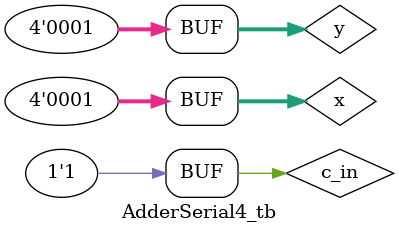
<source format=v>
module AdderSerial4 (
    input [3:0] x,
    input [3:0] y,
    input c_in,
    output [3:0] sum,
    output c_out
);
    wire [4:0] c;
    assign c[0] = c_in;
    genvar i;
    generate
        for (i = 0; i <= 3; i = i + 1) begin
            AdderSerial1 u_AdderSerial1 (
                .x    (x[i]),
                .y    (y[i]),
                .c_in (c[i]),
                .sum  (sum[i]),
                .c_out(c[i+1])
            );
        end
    endgenerate
    assign c_out = c[4];
endmodule



module AdderSerial4_tb;
    reg [3:0] x;
    reg [3:0] y;
    reg c_in;
    wire [3:0] sum;
    wire c_out;

    AdderSerial4 AdderSerial4_inst (
        .x(x),
        .y(y),
        .c_in(c_in),
        .sum(sum),
        .c_out(c_out)
    );

    initial begin
        #10 begin
            x = 4'b0000;
            y = 4'b0000;
            c_in = 1'b0;
        end

        #10 begin
            x = 4'b0001;
            y = 4'b0000;
            c_in = 1'b0;
        end

        #10 begin
            x = 4'b0001;
            y = 4'b0001;
            c_in = 1'b0;
        end

        #10 begin
            x = 4'b0001;
            y = 4'b0001;
            c_in = 1'b1;
        end

        #10 begin
        end
    end

    initial begin
        $dumpfile("wave.vcd");
        $dumpvars;
    end

endmodule

</source>
